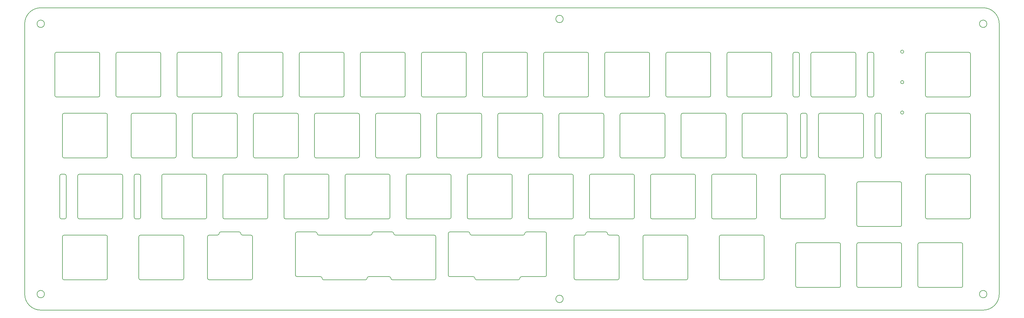
<source format=gm1>
G04 #@! TF.GenerationSoftware,KiCad,Pcbnew,(5.1.9)-1*
G04 #@! TF.CreationDate,2021-06-18T13:11:12-04:00*
G04 #@! TF.ProjectId,kastenwagen-plate,6b617374-656e-4776-9167-656e2d706c61,rev?*
G04 #@! TF.SameCoordinates,Original*
G04 #@! TF.FileFunction,Profile,NP*
%FSLAX46Y46*%
G04 Gerber Fmt 4.6, Leading zero omitted, Abs format (unit mm)*
G04 Created by KiCad (PCBNEW (5.1.9)-1) date 2021-06-18 13:11:12*
%MOMM*%
%LPD*%
G01*
G04 APERTURE LIST*
G04 #@! TA.AperFunction,Profile*
%ADD10C,0.200000*%
G04 #@! TD*
G04 #@! TA.AperFunction,Profile*
%ADD11C,0.150000*%
G04 #@! TD*
G04 APERTURE END LIST*
D10*
X307850000Y-4500000D02*
G75*
G02*
X312850000Y-9500000I0J-5000000D01*
G01*
D11*
X309000000Y-9500000D02*
G75*
G03*
X309000000Y-9500000I-1150000J0D01*
G01*
X309000000Y-94000000D02*
G75*
G03*
X309000000Y-94000000I-1150000J0D01*
G01*
D10*
X312850000Y-94000000D02*
G75*
G02*
X307850000Y-99000000I-5000000J0D01*
G01*
X14000000Y-99000000D02*
G75*
G02*
X9000000Y-94000000I0J5000000D01*
G01*
X9000000Y-9500000D02*
G75*
G02*
X14000000Y-4500000I5000000J0D01*
G01*
X9000000Y-94000000D02*
X9000000Y-9500000D01*
D11*
X176900000Y-8000000D02*
G75*
G03*
X176900000Y-8000000I-1150000J0D01*
G01*
D10*
X14000000Y-4500000D02*
X307850000Y-4500000D01*
D11*
X176900000Y-95500000D02*
G75*
G03*
X176900000Y-95500000I-1150000J0D01*
G01*
X15150000Y-9500000D02*
G75*
G03*
X15150000Y-9500000I-1150000J0D01*
G01*
X15150000Y-94000000D02*
G75*
G03*
X15150000Y-94000000I-1150000J0D01*
G01*
D10*
X312850000Y-94000000D02*
X312850000Y-9500000D01*
X14000000Y-99000000D02*
X307850000Y-99000000D01*
X283100400Y-18236400D02*
G75*
G03*
X283100400Y-18236400I-500000J0D01*
G01*
X283100400Y-27736400D02*
G75*
G03*
X283100400Y-27736400I-500000J0D01*
G01*
X283100400Y-37236400D02*
G75*
G03*
X283100400Y-37236400I-500000J0D01*
G01*
G04 #@! TO.C,REF\u002A\u002A*
X76875000Y-75550000D02*
G75*
G02*
X76375000Y-75050000I0J500000D01*
G01*
X69625000Y-75050000D02*
G75*
G02*
X70125000Y-74550000I500000J0D01*
G01*
X69625000Y-75050000D02*
G75*
G02*
X69125000Y-75550000I-500000J0D01*
G01*
X75875000Y-74550000D02*
G75*
G02*
X76375000Y-75050000I0J-500000D01*
G01*
X123556750Y-74550000D02*
G75*
G02*
X124056750Y-75050000I0J-500000D01*
G01*
X123675000Y-89550000D02*
G75*
G02*
X123175000Y-89050000I0J500000D01*
G01*
X183950000Y-75050000D02*
G75*
G02*
X183450000Y-75550000I-500000J0D01*
G01*
X191200000Y-75550000D02*
G75*
G02*
X190700000Y-75050000I0J500000D01*
G01*
X100680750Y-75550000D02*
G75*
G02*
X100180750Y-75050000I0J500000D01*
G01*
X115743750Y-89050000D02*
G75*
G02*
X115243750Y-89550000I-500000J0D01*
G01*
X117306750Y-75050000D02*
G75*
G02*
X116806750Y-75550000I-500000J0D01*
G01*
X102243750Y-89550000D02*
G75*
G02*
X101743750Y-89050000I0J500000D01*
G01*
X93430750Y-75050000D02*
G75*
G02*
X93930750Y-74550000I500000J0D01*
G01*
X101243750Y-88550000D02*
G75*
G02*
X101743750Y-89050000I0J-500000D01*
G01*
X93930750Y-88550000D02*
G75*
G02*
X93430750Y-88050000I0J500000D01*
G01*
X117306750Y-75050000D02*
G75*
G02*
X117806750Y-74550000I500000J0D01*
G01*
X122675000Y-88550000D02*
G75*
G02*
X123175000Y-89050000I0J-500000D01*
G01*
X99680750Y-74550000D02*
G75*
G02*
X100180750Y-75050000I0J-500000D01*
G01*
X115743750Y-89050000D02*
G75*
G02*
X116243750Y-88550000I500000J0D01*
G01*
X164931750Y-75050000D02*
G75*
G02*
X165431750Y-74550000I500000J0D01*
G01*
X141555750Y-88550000D02*
G75*
G02*
X141055750Y-88050000I0J500000D01*
G01*
X148868750Y-88550000D02*
G75*
G02*
X149368750Y-89050000I0J-500000D01*
G01*
X171681750Y-88050000D02*
G75*
G02*
X171181750Y-88550000I-500000J0D01*
G01*
X141055750Y-75050000D02*
G75*
G02*
X141555750Y-74550000I500000J0D01*
G01*
X163368750Y-89050000D02*
G75*
G02*
X162868750Y-89550000I-500000J0D01*
G01*
X147305750Y-74550000D02*
G75*
G02*
X147805750Y-75050000I0J-500000D01*
G01*
X148305750Y-75550000D02*
G75*
G02*
X147805750Y-75050000I0J500000D01*
G01*
X164931750Y-75050000D02*
G75*
G02*
X164431750Y-75550000I-500000J0D01*
G01*
X149868750Y-89550000D02*
G75*
G02*
X149368750Y-89050000I0J500000D01*
G01*
X171181750Y-74550000D02*
G75*
G02*
X171681750Y-75050000I0J-500000D01*
G01*
X163368750Y-89050000D02*
G75*
G02*
X163868750Y-88550000I500000J0D01*
G01*
X180325000Y-76050000D02*
G75*
G02*
X180825000Y-75550000I500000J0D01*
G01*
X194325000Y-89050000D02*
G75*
G02*
X193825000Y-89550000I-500000J0D01*
G01*
X180825000Y-89550000D02*
G75*
G02*
X180325000Y-89050000I0J500000D01*
G01*
X193825000Y-75550000D02*
G75*
G02*
X194325000Y-76050000I0J-500000D01*
G01*
X79525000Y-75550000D02*
G75*
G02*
X80025000Y-76050000I0J-500000D01*
G01*
X66525000Y-89550000D02*
G75*
G02*
X66025000Y-89050000I0J500000D01*
G01*
X66025000Y-76050000D02*
G75*
G02*
X66525000Y-75550000I500000J0D01*
G01*
X80025000Y-89050000D02*
G75*
G02*
X79525000Y-89550000I-500000J0D01*
G01*
X190200000Y-74550000D02*
G75*
G02*
X190700000Y-75050000I0J-500000D01*
G01*
X183950000Y-75050000D02*
G75*
G02*
X184450000Y-74550000I500000J0D01*
G01*
X136675000Y-75550000D02*
G75*
G02*
X137175000Y-76050000I0J-500000D01*
G01*
X137175000Y-89050000D02*
G75*
G02*
X136675000Y-89550000I-500000J0D01*
G01*
X124556750Y-75550000D02*
G75*
G02*
X124056750Y-75050000I0J500000D01*
G01*
X191200000Y-75550000D02*
X193825000Y-75550000D01*
X66525000Y-75550000D02*
X69125000Y-75550000D01*
X75875000Y-74550000D02*
X70125000Y-74550000D01*
X141555750Y-88550000D02*
X148868750Y-88550000D01*
X141555750Y-74550000D02*
X147305750Y-74550000D01*
X165431750Y-74550000D02*
X171181750Y-74550000D01*
X141055750Y-75050000D02*
X141055750Y-88050000D01*
X171681750Y-75050000D02*
X171681750Y-88050000D01*
X148305750Y-75550000D02*
X164431750Y-75550000D01*
X162868750Y-89550000D02*
X149868750Y-89550000D01*
X163868750Y-88550000D02*
X171181750Y-88550000D01*
X66025000Y-76050000D02*
X66025000Y-89050000D01*
X80025000Y-89050000D02*
X80025000Y-76050000D01*
X76875000Y-75550000D02*
X79525000Y-75550000D01*
X136675000Y-89550000D02*
X123675000Y-89550000D01*
X137175000Y-89050000D02*
X137175000Y-76050000D01*
X124556750Y-75550000D02*
X136675000Y-75550000D01*
X184450000Y-74550000D02*
X190200000Y-74550000D01*
X194325000Y-89050000D02*
X194325000Y-76050000D01*
X180325000Y-76050000D02*
X180325000Y-89050000D01*
X180825000Y-75550000D02*
X183450000Y-75550000D01*
X193825000Y-89550000D02*
X180825000Y-89550000D01*
X93930750Y-88550000D02*
X101243750Y-88550000D01*
X93930750Y-74550000D02*
X99680750Y-74550000D01*
X100680750Y-75550000D02*
X116806750Y-75550000D01*
X93430750Y-75050000D02*
X93430750Y-88050000D01*
X115243750Y-89550000D02*
X102243750Y-89550000D01*
X117806750Y-74550000D02*
X123556750Y-74550000D01*
X116243750Y-88550000D02*
X122675000Y-88550000D01*
X79525000Y-89550000D02*
X66525000Y-89550000D01*
X290362500Y-32400000D02*
G75*
G02*
X289862500Y-31900000I0J500000D01*
G01*
X303362500Y-18400000D02*
G75*
G02*
X303862500Y-18900000I0J-500000D01*
G01*
X303862500Y-31900000D02*
G75*
G02*
X303362500Y-32400000I-500000J0D01*
G01*
X289862500Y-18900000D02*
G75*
G02*
X290362500Y-18400000I500000J0D01*
G01*
X290362500Y-18400000D02*
X303362500Y-18400000D01*
X289862500Y-18900000D02*
X289862500Y-31900000D01*
X303862500Y-31900000D02*
X303862500Y-18900000D01*
X303362500Y-32400000D02*
X290362500Y-32400000D01*
X290362500Y-51450000D02*
G75*
G02*
X289862500Y-50950000I0J500000D01*
G01*
X303362500Y-37450000D02*
G75*
G02*
X303862500Y-37950000I0J-500000D01*
G01*
X303862500Y-50950000D02*
G75*
G02*
X303362500Y-51450000I-500000J0D01*
G01*
X289862500Y-37950000D02*
G75*
G02*
X290362500Y-37450000I500000J0D01*
G01*
X290362500Y-37450000D02*
X303362500Y-37450000D01*
X289862500Y-37950000D02*
X289862500Y-50950000D01*
X303862500Y-50950000D02*
X303862500Y-37950000D01*
X303362500Y-51450000D02*
X290362500Y-51450000D01*
X290362500Y-70500000D02*
G75*
G02*
X289862500Y-70000000I0J500000D01*
G01*
X303362500Y-56500000D02*
G75*
G02*
X303862500Y-57000000I0J-500000D01*
G01*
X303862500Y-70000000D02*
G75*
G02*
X303362500Y-70500000I-500000J0D01*
G01*
X289862500Y-57000000D02*
G75*
G02*
X290362500Y-56500000I500000J0D01*
G01*
X290362500Y-56500000D02*
X303362500Y-56500000D01*
X289862500Y-57000000D02*
X289862500Y-70000000D01*
X303862500Y-70000000D02*
X303862500Y-57000000D01*
X303362500Y-70500000D02*
X290362500Y-70500000D01*
X287981250Y-91931250D02*
G75*
G02*
X287481250Y-91431250I0J500000D01*
G01*
X300981250Y-77931250D02*
G75*
G02*
X301481250Y-78431250I0J-500000D01*
G01*
X301481250Y-91431250D02*
G75*
G02*
X300981250Y-91931250I-500000J0D01*
G01*
X287481250Y-78431250D02*
G75*
G02*
X287981250Y-77931250I500000J0D01*
G01*
X287981250Y-77931250D02*
X300981250Y-77931250D01*
X287481250Y-78431250D02*
X287481250Y-91431250D01*
X301481250Y-91431250D02*
X301481250Y-78431250D01*
X300981250Y-91931250D02*
X287981250Y-91931250D01*
X249881250Y-91931250D02*
G75*
G02*
X249381250Y-91431250I0J500000D01*
G01*
X262881250Y-77931250D02*
G75*
G02*
X263381250Y-78431250I0J-500000D01*
G01*
X263381250Y-91431250D02*
G75*
G02*
X262881250Y-91931250I-500000J0D01*
G01*
X249381250Y-78431250D02*
G75*
G02*
X249881250Y-77931250I500000J0D01*
G01*
X249881250Y-77931250D02*
X262881250Y-77931250D01*
X249381250Y-78431250D02*
X249381250Y-91431250D01*
X263381250Y-91431250D02*
X263381250Y-78431250D01*
X262881250Y-91931250D02*
X249881250Y-91931250D01*
X268931250Y-91931250D02*
G75*
G02*
X268431250Y-91431250I0J500000D01*
G01*
X281931250Y-77931250D02*
G75*
G02*
X282431250Y-78431250I0J-500000D01*
G01*
X282431250Y-91431250D02*
G75*
G02*
X281931250Y-91931250I-500000J0D01*
G01*
X268431250Y-78431250D02*
G75*
G02*
X268931250Y-77931250I500000J0D01*
G01*
X268931250Y-77931250D02*
X281931250Y-77931250D01*
X268431250Y-78431250D02*
X268431250Y-91431250D01*
X282431250Y-91431250D02*
X282431250Y-78431250D01*
X281931250Y-91931250D02*
X268931250Y-91931250D01*
X268931250Y-72881250D02*
G75*
G02*
X268431250Y-72381250I0J500000D01*
G01*
X281931250Y-58881250D02*
G75*
G02*
X282431250Y-59381250I0J-500000D01*
G01*
X282431250Y-72381250D02*
G75*
G02*
X281931250Y-72881250I-500000J0D01*
G01*
X268431250Y-59381250D02*
G75*
G02*
X268931250Y-58881250I500000J0D01*
G01*
X268931250Y-58881250D02*
X281931250Y-58881250D01*
X268431250Y-59381250D02*
X268431250Y-72381250D01*
X282431250Y-72381250D02*
X282431250Y-59381250D01*
X281931250Y-72881250D02*
X268931250Y-72881250D01*
X202256250Y-89550000D02*
G75*
G02*
X201756250Y-89050000I0J500000D01*
G01*
X215256250Y-75550000D02*
G75*
G02*
X215756250Y-76050000I0J-500000D01*
G01*
X215756250Y-89050000D02*
G75*
G02*
X215256250Y-89550000I-500000J0D01*
G01*
X201756250Y-76050000D02*
G75*
G02*
X202256250Y-75550000I500000J0D01*
G01*
X215256250Y-89550000D02*
X202256250Y-89550000D01*
X215756250Y-89050000D02*
X215756250Y-76050000D01*
X201756250Y-76050000D02*
X201756250Y-89050000D01*
X202256250Y-75550000D02*
X215256250Y-75550000D01*
X226068750Y-89550000D02*
G75*
G02*
X225568750Y-89050000I0J500000D01*
G01*
X239068750Y-75550000D02*
G75*
G02*
X239568750Y-76050000I0J-500000D01*
G01*
X239568750Y-89050000D02*
G75*
G02*
X239068750Y-89550000I-500000J0D01*
G01*
X225568750Y-76050000D02*
G75*
G02*
X226068750Y-75550000I500000J0D01*
G01*
X239068750Y-89550000D02*
X226068750Y-89550000D01*
X239568750Y-89050000D02*
X239568750Y-76050000D01*
X225568750Y-76050000D02*
X225568750Y-89050000D01*
X226068750Y-75550000D02*
X239068750Y-75550000D01*
X45093750Y-89550000D02*
G75*
G02*
X44593750Y-89050000I0J500000D01*
G01*
X58093750Y-75550000D02*
G75*
G02*
X58593750Y-76050000I0J-500000D01*
G01*
X58593750Y-89050000D02*
G75*
G02*
X58093750Y-89550000I-500000J0D01*
G01*
X44593750Y-76050000D02*
G75*
G02*
X45093750Y-75550000I500000J0D01*
G01*
X58093750Y-89550000D02*
X45093750Y-89550000D01*
X58593750Y-89050000D02*
X58593750Y-76050000D01*
X44593750Y-76050000D02*
X44593750Y-89050000D01*
X45093750Y-75550000D02*
X58093750Y-75550000D01*
X21281250Y-89550000D02*
G75*
G02*
X20781250Y-89050000I0J500000D01*
G01*
X34281250Y-75550000D02*
G75*
G02*
X34781250Y-76050000I0J-500000D01*
G01*
X34781250Y-89050000D02*
G75*
G02*
X34281250Y-89550000I-500000J0D01*
G01*
X20781250Y-76050000D02*
G75*
G02*
X21281250Y-75550000I500000J0D01*
G01*
X34281250Y-89550000D02*
X21281250Y-89550000D01*
X34781250Y-89050000D02*
X34781250Y-76050000D01*
X20781250Y-76050000D02*
X20781250Y-89050000D01*
X21281250Y-75550000D02*
X34281250Y-75550000D01*
X21281250Y-51450000D02*
G75*
G02*
X20781250Y-50950000I0J500000D01*
G01*
X34281250Y-37450000D02*
G75*
G02*
X34781250Y-37950000I0J-500000D01*
G01*
X34781250Y-50950000D02*
G75*
G02*
X34281250Y-51450000I-500000J0D01*
G01*
X20781250Y-37950000D02*
G75*
G02*
X21281250Y-37450000I500000J0D01*
G01*
X34281250Y-51450000D02*
X21281250Y-51450000D01*
X34781250Y-50950000D02*
X34781250Y-37950000D01*
X20781250Y-37950000D02*
X20781250Y-50950000D01*
X21281250Y-37450000D02*
X34281250Y-37450000D01*
X245118750Y-70500000D02*
G75*
G02*
X244618750Y-70000000I0J500000D01*
G01*
X258118750Y-56500000D02*
G75*
G02*
X258618750Y-57000000I0J-500000D01*
G01*
X258618750Y-70000000D02*
G75*
G02*
X258118750Y-70500000I-500000J0D01*
G01*
X244618750Y-57000000D02*
G75*
G02*
X245118750Y-56500000I500000J0D01*
G01*
X258118750Y-70500000D02*
X245118750Y-70500000D01*
X258618750Y-70000000D02*
X258618750Y-57000000D01*
X244618750Y-57000000D02*
X244618750Y-70000000D01*
X245118750Y-56500000D02*
X258118750Y-56500000D01*
X276125000Y-50950000D02*
G75*
G02*
X275625000Y-51450000I-500000J0D01*
G01*
X274125000Y-37950000D02*
G75*
G02*
X274625000Y-37450000I500000J0D01*
G01*
X274625000Y-51450000D02*
G75*
G02*
X274125000Y-50950000I0J500000D01*
G01*
X275625000Y-37450000D02*
G75*
G02*
X276125000Y-37950000I0J-500000D01*
G01*
X252425000Y-37450000D02*
G75*
G02*
X252925000Y-37950000I0J-500000D01*
G01*
X251425000Y-51450000D02*
G75*
G02*
X250925000Y-50950000I0J500000D01*
G01*
X252925000Y-50950000D02*
G75*
G02*
X252425000Y-51450000I-500000J0D01*
G01*
X250925000Y-37950000D02*
G75*
G02*
X251425000Y-37450000I500000J0D01*
G01*
X257025000Y-51450000D02*
G75*
G02*
X256525000Y-50950000I0J500000D01*
G01*
X270025000Y-37450000D02*
G75*
G02*
X270525000Y-37950000I0J-500000D01*
G01*
X270525000Y-50950000D02*
G75*
G02*
X270025000Y-51450000I-500000J0D01*
G01*
X256525000Y-37950000D02*
G75*
G02*
X257025000Y-37450000I500000J0D01*
G01*
X270025000Y-51450000D02*
X257025000Y-51450000D01*
X270525000Y-50950000D02*
X270525000Y-37950000D01*
X256525000Y-37950000D02*
X256525000Y-50950000D01*
X257025000Y-37450000D02*
X270025000Y-37450000D01*
X252925000Y-37950000D02*
X252925000Y-50950000D01*
X250925000Y-37950000D02*
X250925000Y-50950000D01*
X251425000Y-37450000D02*
X252425000Y-37450000D01*
X251425000Y-51450000D02*
X252425000Y-51450000D01*
X275625000Y-51450000D02*
X274625000Y-51450000D01*
X275625000Y-37450000D02*
X274625000Y-37450000D01*
X274125000Y-50950000D02*
X274125000Y-37950000D01*
X276125000Y-50950000D02*
X276125000Y-37950000D01*
X273743750Y-31900000D02*
G75*
G02*
X273243750Y-32400000I-500000J0D01*
G01*
X271743750Y-18900000D02*
G75*
G02*
X272243750Y-18400000I500000J0D01*
G01*
X272243750Y-32400000D02*
G75*
G02*
X271743750Y-31900000I0J500000D01*
G01*
X273243750Y-18400000D02*
G75*
G02*
X273743750Y-18900000I0J-500000D01*
G01*
X250043750Y-18400000D02*
G75*
G02*
X250543750Y-18900000I0J-500000D01*
G01*
X249043750Y-32400000D02*
G75*
G02*
X248543750Y-31900000I0J500000D01*
G01*
X250543750Y-31900000D02*
G75*
G02*
X250043750Y-32400000I-500000J0D01*
G01*
X248543750Y-18900000D02*
G75*
G02*
X249043750Y-18400000I500000J0D01*
G01*
X254643750Y-32400000D02*
G75*
G02*
X254143750Y-31900000I0J500000D01*
G01*
X267643750Y-18400000D02*
G75*
G02*
X268143750Y-18900000I0J-500000D01*
G01*
X268143750Y-31900000D02*
G75*
G02*
X267643750Y-32400000I-500000J0D01*
G01*
X254143750Y-18900000D02*
G75*
G02*
X254643750Y-18400000I500000J0D01*
G01*
X267643750Y-32400000D02*
X254643750Y-32400000D01*
X268143750Y-31900000D02*
X268143750Y-18900000D01*
X254143750Y-18900000D02*
X254143750Y-31900000D01*
X254643750Y-18400000D02*
X267643750Y-18400000D01*
X250543750Y-18900000D02*
X250543750Y-31900000D01*
X248543750Y-18900000D02*
X248543750Y-31900000D01*
X249043750Y-18400000D02*
X250043750Y-18400000D01*
X249043750Y-32400000D02*
X250043750Y-32400000D01*
X273243750Y-32400000D02*
X272243750Y-32400000D01*
X273243750Y-18400000D02*
X272243750Y-18400000D01*
X271743750Y-31900000D02*
X271743750Y-18900000D01*
X273743750Y-31900000D02*
X273743750Y-18900000D01*
X45143750Y-70000000D02*
G75*
G02*
X44643750Y-70500000I-500000J0D01*
G01*
X43143750Y-57000000D02*
G75*
G02*
X43643750Y-56500000I500000J0D01*
G01*
X43643750Y-70500000D02*
G75*
G02*
X43143750Y-70000000I0J500000D01*
G01*
X44643750Y-56500000D02*
G75*
G02*
X45143750Y-57000000I0J-500000D01*
G01*
X21443750Y-56500000D02*
G75*
G02*
X21943750Y-57000000I0J-500000D01*
G01*
X20443750Y-70500000D02*
G75*
G02*
X19943750Y-70000000I0J500000D01*
G01*
X21943750Y-70000000D02*
G75*
G02*
X21443750Y-70500000I-500000J0D01*
G01*
X19943750Y-57000000D02*
G75*
G02*
X20443750Y-56500000I500000J0D01*
G01*
X26043750Y-70500000D02*
G75*
G02*
X25543750Y-70000000I0J500000D01*
G01*
X39043750Y-56500000D02*
G75*
G02*
X39543750Y-57000000I0J-500000D01*
G01*
X39543750Y-70000000D02*
G75*
G02*
X39043750Y-70500000I-500000J0D01*
G01*
X25543750Y-57000000D02*
G75*
G02*
X26043750Y-56500000I500000J0D01*
G01*
X39043750Y-70500000D02*
X26043750Y-70500000D01*
X39543750Y-70000000D02*
X39543750Y-57000000D01*
X25543750Y-57000000D02*
X25543750Y-70000000D01*
X26043750Y-56500000D02*
X39043750Y-56500000D01*
X21943750Y-57000000D02*
X21943750Y-70000000D01*
X19943750Y-57000000D02*
X19943750Y-70000000D01*
X20443750Y-56500000D02*
X21443750Y-56500000D01*
X20443750Y-70500000D02*
X21443750Y-70500000D01*
X44643750Y-70500000D02*
X43643750Y-70500000D01*
X44643750Y-56500000D02*
X43643750Y-56500000D01*
X43143750Y-70000000D02*
X43143750Y-57000000D01*
X45143750Y-70000000D02*
X45143750Y-57000000D01*
X90337500Y-70500000D02*
G75*
G02*
X89837500Y-70000000I0J500000D01*
G01*
X103337500Y-56500000D02*
G75*
G02*
X103837500Y-57000000I0J-500000D01*
G01*
X103837500Y-70000000D02*
G75*
G02*
X103337500Y-70500000I-500000J0D01*
G01*
X89837500Y-57000000D02*
G75*
G02*
X90337500Y-56500000I500000J0D01*
G01*
X90337500Y-56500000D02*
X103337500Y-56500000D01*
X89837500Y-57000000D02*
X89837500Y-70000000D01*
X103837500Y-70000000D02*
X103837500Y-57000000D01*
X103337500Y-70500000D02*
X90337500Y-70500000D01*
X71287500Y-70500000D02*
G75*
G02*
X70787500Y-70000000I0J500000D01*
G01*
X84287500Y-56500000D02*
G75*
G02*
X84787500Y-57000000I0J-500000D01*
G01*
X84787500Y-70000000D02*
G75*
G02*
X84287500Y-70500000I-500000J0D01*
G01*
X70787500Y-57000000D02*
G75*
G02*
X71287500Y-56500000I500000J0D01*
G01*
X71287500Y-56500000D02*
X84287500Y-56500000D01*
X70787500Y-57000000D02*
X70787500Y-70000000D01*
X84787500Y-70000000D02*
X84787500Y-57000000D01*
X84287500Y-70500000D02*
X71287500Y-70500000D01*
X147487500Y-70500000D02*
G75*
G02*
X146987500Y-70000000I0J500000D01*
G01*
X160487500Y-56500000D02*
G75*
G02*
X160987500Y-57000000I0J-500000D01*
G01*
X160987500Y-70000000D02*
G75*
G02*
X160487500Y-70500000I-500000J0D01*
G01*
X146987500Y-57000000D02*
G75*
G02*
X147487500Y-56500000I500000J0D01*
G01*
X147487500Y-56500000D02*
X160487500Y-56500000D01*
X146987500Y-57000000D02*
X146987500Y-70000000D01*
X160987500Y-70000000D02*
X160987500Y-57000000D01*
X160487500Y-70500000D02*
X147487500Y-70500000D01*
X109387500Y-70500000D02*
G75*
G02*
X108887500Y-70000000I0J500000D01*
G01*
X122387500Y-56500000D02*
G75*
G02*
X122887500Y-57000000I0J-500000D01*
G01*
X122887500Y-70000000D02*
G75*
G02*
X122387500Y-70500000I-500000J0D01*
G01*
X108887500Y-57000000D02*
G75*
G02*
X109387500Y-56500000I500000J0D01*
G01*
X109387500Y-56500000D02*
X122387500Y-56500000D01*
X108887500Y-57000000D02*
X108887500Y-70000000D01*
X122887500Y-70000000D02*
X122887500Y-57000000D01*
X122387500Y-70500000D02*
X109387500Y-70500000D01*
X128437500Y-70500000D02*
G75*
G02*
X127937500Y-70000000I0J500000D01*
G01*
X141437500Y-56500000D02*
G75*
G02*
X141937500Y-57000000I0J-500000D01*
G01*
X141937500Y-70000000D02*
G75*
G02*
X141437500Y-70500000I-500000J0D01*
G01*
X127937500Y-57000000D02*
G75*
G02*
X128437500Y-56500000I500000J0D01*
G01*
X128437500Y-56500000D02*
X141437500Y-56500000D01*
X127937500Y-57000000D02*
X127937500Y-70000000D01*
X141937500Y-70000000D02*
X141937500Y-57000000D01*
X141437500Y-70500000D02*
X128437500Y-70500000D01*
X166537500Y-70500000D02*
G75*
G02*
X166037500Y-70000000I0J500000D01*
G01*
X179537500Y-56500000D02*
G75*
G02*
X180037500Y-57000000I0J-500000D01*
G01*
X180037500Y-70000000D02*
G75*
G02*
X179537500Y-70500000I-500000J0D01*
G01*
X166037500Y-57000000D02*
G75*
G02*
X166537500Y-56500000I500000J0D01*
G01*
X166537500Y-56500000D02*
X179537500Y-56500000D01*
X166037500Y-57000000D02*
X166037500Y-70000000D01*
X180037500Y-70000000D02*
X180037500Y-57000000D01*
X179537500Y-70500000D02*
X166537500Y-70500000D01*
X204637500Y-70500000D02*
G75*
G02*
X204137500Y-70000000I0J500000D01*
G01*
X217637500Y-56500000D02*
G75*
G02*
X218137500Y-57000000I0J-500000D01*
G01*
X218137500Y-70000000D02*
G75*
G02*
X217637500Y-70500000I-500000J0D01*
G01*
X204137500Y-57000000D02*
G75*
G02*
X204637500Y-56500000I500000J0D01*
G01*
X204637500Y-56500000D02*
X217637500Y-56500000D01*
X204137500Y-57000000D02*
X204137500Y-70000000D01*
X218137500Y-70000000D02*
X218137500Y-57000000D01*
X217637500Y-70500000D02*
X204637500Y-70500000D01*
X185587500Y-70500000D02*
G75*
G02*
X185087500Y-70000000I0J500000D01*
G01*
X198587500Y-56500000D02*
G75*
G02*
X199087500Y-57000000I0J-500000D01*
G01*
X199087500Y-70000000D02*
G75*
G02*
X198587500Y-70500000I-500000J0D01*
G01*
X185087500Y-57000000D02*
G75*
G02*
X185587500Y-56500000I500000J0D01*
G01*
X185587500Y-56500000D02*
X198587500Y-56500000D01*
X185087500Y-57000000D02*
X185087500Y-70000000D01*
X199087500Y-70000000D02*
X199087500Y-57000000D01*
X198587500Y-70500000D02*
X185587500Y-70500000D01*
X52237500Y-70500000D02*
G75*
G02*
X51737500Y-70000000I0J500000D01*
G01*
X65237500Y-56500000D02*
G75*
G02*
X65737500Y-57000000I0J-500000D01*
G01*
X65737500Y-70000000D02*
G75*
G02*
X65237500Y-70500000I-500000J0D01*
G01*
X51737500Y-57000000D02*
G75*
G02*
X52237500Y-56500000I500000J0D01*
G01*
X52237500Y-56500000D02*
X65237500Y-56500000D01*
X51737500Y-57000000D02*
X51737500Y-70000000D01*
X65737500Y-70000000D02*
X65737500Y-57000000D01*
X65237500Y-70500000D02*
X52237500Y-70500000D01*
X223687500Y-70500000D02*
G75*
G02*
X223187500Y-70000000I0J500000D01*
G01*
X236687500Y-56500000D02*
G75*
G02*
X237187500Y-57000000I0J-500000D01*
G01*
X237187500Y-70000000D02*
G75*
G02*
X236687500Y-70500000I-500000J0D01*
G01*
X223187500Y-57000000D02*
G75*
G02*
X223687500Y-56500000I500000J0D01*
G01*
X223687500Y-56500000D02*
X236687500Y-56500000D01*
X223187500Y-57000000D02*
X223187500Y-70000000D01*
X237187500Y-70000000D02*
X237187500Y-57000000D01*
X236687500Y-70500000D02*
X223687500Y-70500000D01*
X214162500Y-51450000D02*
G75*
G02*
X213662500Y-50950000I0J500000D01*
G01*
X227162500Y-37450000D02*
G75*
G02*
X227662500Y-37950000I0J-500000D01*
G01*
X227662500Y-50950000D02*
G75*
G02*
X227162500Y-51450000I-500000J0D01*
G01*
X213662500Y-37950000D02*
G75*
G02*
X214162500Y-37450000I500000J0D01*
G01*
X214162500Y-37450000D02*
X227162500Y-37450000D01*
X213662500Y-37950000D02*
X213662500Y-50950000D01*
X227662500Y-50950000D02*
X227662500Y-37950000D01*
X227162500Y-51450000D02*
X214162500Y-51450000D01*
X176062500Y-51450000D02*
G75*
G02*
X175562500Y-50950000I0J500000D01*
G01*
X189062500Y-37450000D02*
G75*
G02*
X189562500Y-37950000I0J-500000D01*
G01*
X189562500Y-50950000D02*
G75*
G02*
X189062500Y-51450000I-500000J0D01*
G01*
X175562500Y-37950000D02*
G75*
G02*
X176062500Y-37450000I500000J0D01*
G01*
X176062500Y-37450000D02*
X189062500Y-37450000D01*
X175562500Y-37950000D02*
X175562500Y-50950000D01*
X189562500Y-50950000D02*
X189562500Y-37950000D01*
X189062500Y-51450000D02*
X176062500Y-51450000D01*
X195112500Y-51450000D02*
G75*
G02*
X194612500Y-50950000I0J500000D01*
G01*
X208112500Y-37450000D02*
G75*
G02*
X208612500Y-37950000I0J-500000D01*
G01*
X208612500Y-50950000D02*
G75*
G02*
X208112500Y-51450000I-500000J0D01*
G01*
X194612500Y-37950000D02*
G75*
G02*
X195112500Y-37450000I500000J0D01*
G01*
X195112500Y-37450000D02*
X208112500Y-37450000D01*
X194612500Y-37950000D02*
X194612500Y-50950000D01*
X208612500Y-50950000D02*
X208612500Y-37950000D01*
X208112500Y-51450000D02*
X195112500Y-51450000D01*
X233212500Y-51450000D02*
G75*
G02*
X232712500Y-50950000I0J500000D01*
G01*
X246212500Y-37450000D02*
G75*
G02*
X246712500Y-37950000I0J-500000D01*
G01*
X246712500Y-50950000D02*
G75*
G02*
X246212500Y-51450000I-500000J0D01*
G01*
X232712500Y-37950000D02*
G75*
G02*
X233212500Y-37450000I500000J0D01*
G01*
X233212500Y-37450000D02*
X246212500Y-37450000D01*
X232712500Y-37950000D02*
X232712500Y-50950000D01*
X246712500Y-50950000D02*
X246712500Y-37950000D01*
X246212500Y-51450000D02*
X233212500Y-51450000D01*
X157012500Y-51450000D02*
G75*
G02*
X156512500Y-50950000I0J500000D01*
G01*
X170012500Y-37450000D02*
G75*
G02*
X170512500Y-37950000I0J-500000D01*
G01*
X170512500Y-50950000D02*
G75*
G02*
X170012500Y-51450000I-500000J0D01*
G01*
X156512500Y-37950000D02*
G75*
G02*
X157012500Y-37450000I500000J0D01*
G01*
X157012500Y-37450000D02*
X170012500Y-37450000D01*
X156512500Y-37950000D02*
X156512500Y-50950000D01*
X170512500Y-50950000D02*
X170512500Y-37950000D01*
X170012500Y-51450000D02*
X157012500Y-51450000D01*
X42712500Y-51450000D02*
G75*
G02*
X42212500Y-50950000I0J500000D01*
G01*
X55712500Y-37450000D02*
G75*
G02*
X56212500Y-37950000I0J-500000D01*
G01*
X56212500Y-50950000D02*
G75*
G02*
X55712500Y-51450000I-500000J0D01*
G01*
X42212500Y-37950000D02*
G75*
G02*
X42712500Y-37450000I500000J0D01*
G01*
X42712500Y-37450000D02*
X55712500Y-37450000D01*
X42212500Y-37950000D02*
X42212500Y-50950000D01*
X56212500Y-50950000D02*
X56212500Y-37950000D01*
X55712500Y-51450000D02*
X42712500Y-51450000D01*
X118912500Y-51450000D02*
G75*
G02*
X118412500Y-50950000I0J500000D01*
G01*
X131912500Y-37450000D02*
G75*
G02*
X132412500Y-37950000I0J-500000D01*
G01*
X132412500Y-50950000D02*
G75*
G02*
X131912500Y-51450000I-500000J0D01*
G01*
X118412500Y-37950000D02*
G75*
G02*
X118912500Y-37450000I500000J0D01*
G01*
X118912500Y-37450000D02*
X131912500Y-37450000D01*
X118412500Y-37950000D02*
X118412500Y-50950000D01*
X132412500Y-50950000D02*
X132412500Y-37950000D01*
X131912500Y-51450000D02*
X118912500Y-51450000D01*
X137962500Y-51450000D02*
G75*
G02*
X137462500Y-50950000I0J500000D01*
G01*
X150962500Y-37450000D02*
G75*
G02*
X151462500Y-37950000I0J-500000D01*
G01*
X151462500Y-50950000D02*
G75*
G02*
X150962500Y-51450000I-500000J0D01*
G01*
X137462500Y-37950000D02*
G75*
G02*
X137962500Y-37450000I500000J0D01*
G01*
X137962500Y-37450000D02*
X150962500Y-37450000D01*
X137462500Y-37950000D02*
X137462500Y-50950000D01*
X151462500Y-50950000D02*
X151462500Y-37950000D01*
X150962500Y-51450000D02*
X137962500Y-51450000D01*
X99862500Y-51450000D02*
G75*
G02*
X99362500Y-50950000I0J500000D01*
G01*
X112862500Y-37450000D02*
G75*
G02*
X113362500Y-37950000I0J-500000D01*
G01*
X113362500Y-50950000D02*
G75*
G02*
X112862500Y-51450000I-500000J0D01*
G01*
X99362500Y-37950000D02*
G75*
G02*
X99862500Y-37450000I500000J0D01*
G01*
X99862500Y-37450000D02*
X112862500Y-37450000D01*
X99362500Y-37950000D02*
X99362500Y-50950000D01*
X113362500Y-50950000D02*
X113362500Y-37950000D01*
X112862500Y-51450000D02*
X99862500Y-51450000D01*
X80812500Y-51450000D02*
G75*
G02*
X80312500Y-50950000I0J500000D01*
G01*
X93812500Y-37450000D02*
G75*
G02*
X94312500Y-37950000I0J-500000D01*
G01*
X94312500Y-50950000D02*
G75*
G02*
X93812500Y-51450000I-500000J0D01*
G01*
X80312500Y-37950000D02*
G75*
G02*
X80812500Y-37450000I500000J0D01*
G01*
X80812500Y-37450000D02*
X93812500Y-37450000D01*
X80312500Y-37950000D02*
X80312500Y-50950000D01*
X94312500Y-50950000D02*
X94312500Y-37950000D01*
X93812500Y-51450000D02*
X80812500Y-51450000D01*
X61762500Y-51450000D02*
G75*
G02*
X61262500Y-50950000I0J500000D01*
G01*
X74762500Y-37450000D02*
G75*
G02*
X75262500Y-37950000I0J-500000D01*
G01*
X75262500Y-50950000D02*
G75*
G02*
X74762500Y-51450000I-500000J0D01*
G01*
X61262500Y-37950000D02*
G75*
G02*
X61762500Y-37450000I500000J0D01*
G01*
X61762500Y-37450000D02*
X74762500Y-37450000D01*
X61262500Y-37950000D02*
X61262500Y-50950000D01*
X75262500Y-50950000D02*
X75262500Y-37950000D01*
X74762500Y-51450000D02*
X61762500Y-51450000D01*
X190350000Y-32400000D02*
G75*
G02*
X189850000Y-31900000I0J500000D01*
G01*
X203350000Y-18400000D02*
G75*
G02*
X203850000Y-18900000I0J-500000D01*
G01*
X203850000Y-31900000D02*
G75*
G02*
X203350000Y-32400000I-500000J0D01*
G01*
X189850000Y-18900000D02*
G75*
G02*
X190350000Y-18400000I500000J0D01*
G01*
X190350000Y-18400000D02*
X203350000Y-18400000D01*
X189850000Y-18900000D02*
X189850000Y-31900000D01*
X203850000Y-31900000D02*
X203850000Y-18900000D01*
X203350000Y-32400000D02*
X190350000Y-32400000D01*
X228450000Y-32400000D02*
G75*
G02*
X227950000Y-31900000I0J500000D01*
G01*
X241450000Y-18400000D02*
G75*
G02*
X241950000Y-18900000I0J-500000D01*
G01*
X241950000Y-31900000D02*
G75*
G02*
X241450000Y-32400000I-500000J0D01*
G01*
X227950000Y-18900000D02*
G75*
G02*
X228450000Y-18400000I500000J0D01*
G01*
X228450000Y-18400000D02*
X241450000Y-18400000D01*
X227950000Y-18900000D02*
X227950000Y-31900000D01*
X241950000Y-31900000D02*
X241950000Y-18900000D01*
X241450000Y-32400000D02*
X228450000Y-32400000D01*
X209400000Y-32400000D02*
G75*
G02*
X208900000Y-31900000I0J500000D01*
G01*
X222400000Y-18400000D02*
G75*
G02*
X222900000Y-18900000I0J-500000D01*
G01*
X222900000Y-31900000D02*
G75*
G02*
X222400000Y-32400000I-500000J0D01*
G01*
X208900000Y-18900000D02*
G75*
G02*
X209400000Y-18400000I500000J0D01*
G01*
X209400000Y-18400000D02*
X222400000Y-18400000D01*
X208900000Y-18900000D02*
X208900000Y-31900000D01*
X222900000Y-31900000D02*
X222900000Y-18900000D01*
X222400000Y-32400000D02*
X209400000Y-32400000D01*
X171300000Y-32400000D02*
G75*
G02*
X170800000Y-31900000I0J500000D01*
G01*
X184300000Y-18400000D02*
G75*
G02*
X184800000Y-18900000I0J-500000D01*
G01*
X184800000Y-31900000D02*
G75*
G02*
X184300000Y-32400000I-500000J0D01*
G01*
X170800000Y-18900000D02*
G75*
G02*
X171300000Y-18400000I500000J0D01*
G01*
X171300000Y-18400000D02*
X184300000Y-18400000D01*
X170800000Y-18900000D02*
X170800000Y-31900000D01*
X184800000Y-31900000D02*
X184800000Y-18900000D01*
X184300000Y-32400000D02*
X171300000Y-32400000D01*
X114150000Y-32400000D02*
G75*
G02*
X113650000Y-31900000I0J500000D01*
G01*
X127150000Y-18400000D02*
G75*
G02*
X127650000Y-18900000I0J-500000D01*
G01*
X127650000Y-31900000D02*
G75*
G02*
X127150000Y-32400000I-500000J0D01*
G01*
X113650000Y-18900000D02*
G75*
G02*
X114150000Y-18400000I500000J0D01*
G01*
X114150000Y-18400000D02*
X127150000Y-18400000D01*
X113650000Y-18900000D02*
X113650000Y-31900000D01*
X127650000Y-31900000D02*
X127650000Y-18900000D01*
X127150000Y-32400000D02*
X114150000Y-32400000D01*
X152250000Y-32400000D02*
G75*
G02*
X151750000Y-31900000I0J500000D01*
G01*
X165250000Y-18400000D02*
G75*
G02*
X165750000Y-18900000I0J-500000D01*
G01*
X165750000Y-31900000D02*
G75*
G02*
X165250000Y-32400000I-500000J0D01*
G01*
X151750000Y-18900000D02*
G75*
G02*
X152250000Y-18400000I500000J0D01*
G01*
X152250000Y-18400000D02*
X165250000Y-18400000D01*
X151750000Y-18900000D02*
X151750000Y-31900000D01*
X165750000Y-31900000D02*
X165750000Y-18900000D01*
X165250000Y-32400000D02*
X152250000Y-32400000D01*
X133200000Y-32400000D02*
G75*
G02*
X132700000Y-31900000I0J500000D01*
G01*
X146200000Y-18400000D02*
G75*
G02*
X146700000Y-18900000I0J-500000D01*
G01*
X146700000Y-31900000D02*
G75*
G02*
X146200000Y-32400000I-500000J0D01*
G01*
X132700000Y-18900000D02*
G75*
G02*
X133200000Y-18400000I500000J0D01*
G01*
X133200000Y-18400000D02*
X146200000Y-18400000D01*
X132700000Y-18900000D02*
X132700000Y-31900000D01*
X146700000Y-31900000D02*
X146700000Y-18900000D01*
X146200000Y-32400000D02*
X133200000Y-32400000D01*
X95100000Y-32400000D02*
G75*
G02*
X94600000Y-31900000I0J500000D01*
G01*
X108100000Y-18400000D02*
G75*
G02*
X108600000Y-18900000I0J-500000D01*
G01*
X108600000Y-31900000D02*
G75*
G02*
X108100000Y-32400000I-500000J0D01*
G01*
X94600000Y-18900000D02*
G75*
G02*
X95100000Y-18400000I500000J0D01*
G01*
X95100000Y-18400000D02*
X108100000Y-18400000D01*
X94600000Y-18900000D02*
X94600000Y-31900000D01*
X108600000Y-31900000D02*
X108600000Y-18900000D01*
X108100000Y-32400000D02*
X95100000Y-32400000D01*
X76050000Y-32400000D02*
G75*
G02*
X75550000Y-31900000I0J500000D01*
G01*
X89050000Y-18400000D02*
G75*
G02*
X89550000Y-18900000I0J-500000D01*
G01*
X89550000Y-31900000D02*
G75*
G02*
X89050000Y-32400000I-500000J0D01*
G01*
X75550000Y-18900000D02*
G75*
G02*
X76050000Y-18400000I500000J0D01*
G01*
X76050000Y-18400000D02*
X89050000Y-18400000D01*
X75550000Y-18900000D02*
X75550000Y-31900000D01*
X89550000Y-31900000D02*
X89550000Y-18900000D01*
X89050000Y-32400000D02*
X76050000Y-32400000D01*
X57000000Y-32400000D02*
G75*
G02*
X56500000Y-31900000I0J500000D01*
G01*
X70000000Y-18400000D02*
G75*
G02*
X70500000Y-18900000I0J-500000D01*
G01*
X70500000Y-31900000D02*
G75*
G02*
X70000000Y-32400000I-500000J0D01*
G01*
X56500000Y-18900000D02*
G75*
G02*
X57000000Y-18400000I500000J0D01*
G01*
X57000000Y-18400000D02*
X70000000Y-18400000D01*
X56500000Y-18900000D02*
X56500000Y-31900000D01*
X70500000Y-31900000D02*
X70500000Y-18900000D01*
X70000000Y-32400000D02*
X57000000Y-32400000D01*
X37950000Y-32400000D02*
G75*
G02*
X37450000Y-31900000I0J500000D01*
G01*
X50950000Y-18400000D02*
G75*
G02*
X51450000Y-18900000I0J-500000D01*
G01*
X51450000Y-31900000D02*
G75*
G02*
X50950000Y-32400000I-500000J0D01*
G01*
X37450000Y-18900000D02*
G75*
G02*
X37950000Y-18400000I500000J0D01*
G01*
X37950000Y-18400000D02*
X50950000Y-18400000D01*
X37450000Y-18900000D02*
X37450000Y-31900000D01*
X51450000Y-31900000D02*
X51450000Y-18900000D01*
X50950000Y-32400000D02*
X37950000Y-32400000D01*
X18900000Y-32400000D02*
G75*
G02*
X18400000Y-31900000I0J500000D01*
G01*
X31900000Y-18400000D02*
G75*
G02*
X32400000Y-18900000I0J-500000D01*
G01*
X32400000Y-31900000D02*
G75*
G02*
X31900000Y-32400000I-500000J0D01*
G01*
X18400000Y-18900000D02*
G75*
G02*
X18900000Y-18400000I500000J0D01*
G01*
X18900000Y-18400000D02*
X31900000Y-18400000D01*
X18400000Y-18900000D02*
X18400000Y-31900000D01*
X32400000Y-31900000D02*
X32400000Y-18900000D01*
X31900000Y-32400000D02*
X18900000Y-32400000D01*
G04 #@! TD*
M02*

</source>
